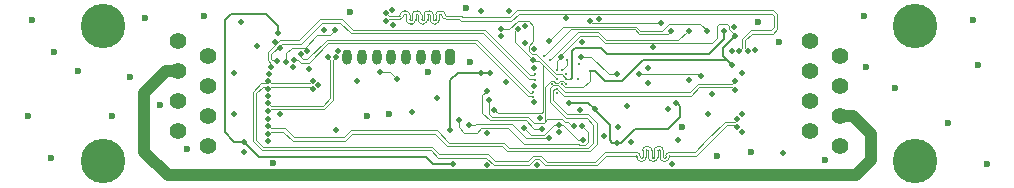
<source format=gbr>
%TF.GenerationSoftware,KiCad,Pcbnew,9.0.6*%
%TF.CreationDate,2025-12-30T15:38:49+01:00*%
%TF.ProjectId,VoxSense,566f7853-656e-4736-952e-6b696361645f,1.0*%
%TF.SameCoordinates,Original*%
%TF.FileFunction,Copper,L4,Bot*%
%TF.FilePolarity,Positive*%
%FSLAX46Y46*%
G04 Gerber Fmt 4.6, Leading zero omitted, Abs format (unit mm)*
G04 Created by KiCad (PCBNEW 9.0.6) date 2025-12-30 15:38:49*
%MOMM*%
%LPD*%
G01*
G04 APERTURE LIST*
G04 Aperture macros list*
%AMRoundRect*
0 Rectangle with rounded corners*
0 $1 Rounding radius*
0 $2 $3 $4 $5 $6 $7 $8 $9 X,Y pos of 4 corners*
0 Add a 4 corners polygon primitive as box body*
4,1,4,$2,$3,$4,$5,$6,$7,$8,$9,$2,$3,0*
0 Add four circle primitives for the rounded corners*
1,1,$1+$1,$2,$3*
1,1,$1+$1,$4,$5*
1,1,$1+$1,$6,$7*
1,1,$1+$1,$8,$9*
0 Add four rect primitives between the rounded corners*
20,1,$1+$1,$2,$3,$4,$5,0*
20,1,$1+$1,$4,$5,$6,$7,0*
20,1,$1+$1,$6,$7,$8,$9,0*
20,1,$1+$1,$8,$9,$2,$3,0*%
G04 Aperture macros list end*
%TA.AperFunction,ComponentPad*%
%ADD10C,1.397000*%
%TD*%
%TA.AperFunction,ComponentPad*%
%ADD11C,3.759200*%
%TD*%
%TA.AperFunction,ComponentPad*%
%ADD12RoundRect,0.200000X0.200000X0.450000X-0.200000X0.450000X-0.200000X-0.450000X0.200000X-0.450000X0*%
%TD*%
%TA.AperFunction,ComponentPad*%
%ADD13O,0.800000X1.300000*%
%TD*%
%TA.AperFunction,SMDPad,CuDef*%
%ADD14C,0.500000*%
%TD*%
%TA.AperFunction,ViaPad*%
%ADD15C,0.250000*%
%TD*%
%TA.AperFunction,ViaPad*%
%ADD16C,0.500000*%
%TD*%
%TA.AperFunction,ViaPad*%
%ADD17C,0.600000*%
%TD*%
%TA.AperFunction,Conductor*%
%ADD18C,0.100000*%
%TD*%
%TA.AperFunction,Conductor*%
%ADD19C,1.000000*%
%TD*%
%TA.AperFunction,Conductor*%
%ADD20C,0.200000*%
%TD*%
G04 APERTURE END LIST*
D10*
%TO.P,J501,1,RX*%
%TO.N,/Connectivity/VOX_RX_P*%
X81435101Y-68409900D03*
%TO.P,J501,2,~{RX}*%
%TO.N,/Connectivity/VOX_RX_N*%
X83975101Y-69679900D03*
%TO.P,J501,3,VCC*%
%TO.N,VCC*%
X81435101Y-70949900D03*
%TO.P,J501,4,CLK*%
%TO.N,/Connectivity/VOX_CLK_P*%
X83975101Y-72219900D03*
%TO.P,J501,5,~{CLK}*%
%TO.N,/Connectivity/VOX_CLK_N*%
X81435101Y-73489900D03*
%TO.P,J501,6,GND*%
%TO.N,GND*%
X83975101Y-74759900D03*
%TO.P,J501,7,~{TX}*%
%TO.N,/Connectivity/VOX_TX_N*%
X81435101Y-76029900D03*
%TO.P,J501,8,TX*%
%TO.N,/Connectivity/VOX_TX_P*%
X83975101Y-77299900D03*
D11*
%TO.P,J501,9,SHD*%
%TO.N,GND*%
X75085101Y-67139900D03*
%TO.P,J501,10,SHD*%
X75085101Y-78569900D03*
%TD*%
D12*
%TO.P,J302,1,Pin_1*%
%TO.N,GND*%
X104486073Y-69750000D03*
D13*
%TO.P,J302,2,Pin_2*%
%TO.N,~{CRESET}*%
X103236073Y-69750000D03*
%TO.P,J302,3,Pin_3*%
%TO.N,/System/CDONE*%
X101986073Y-69750000D03*
%TO.P,J302,4,Pin_4*%
%TO.N,/System/FLASH_SCK_NOESD*%
X100736073Y-69750000D03*
%TO.P,J302,5,Pin_5*%
%TO.N,/System/FLASH_MISO_NOESD*%
X99486073Y-69750000D03*
%TO.P,J302,6,Pin_6*%
%TO.N,/System/FLASH_MOSI_NOESD*%
X98236073Y-69750000D03*
%TO.P,J302,7,Pin_7*%
%TO.N,/System/FLASH_~{CS}_NOESD*%
X96986073Y-69750000D03*
%TO.P,J302,8,Pin_8*%
%TO.N,VCCD*%
X95736073Y-69750000D03*
%TD*%
D10*
%TO.P,J502,1,RX*%
%TO.N,/Connectivity/VOX_RX_OUT_P*%
X137447000Y-77299900D03*
%TO.P,J502,2,~{RX}*%
%TO.N,/Connectivity/VOX_RX_OUT_N*%
X134907000Y-76029900D03*
%TO.P,J502,3,VCC*%
%TO.N,VCC*%
X137447000Y-74759900D03*
%TO.P,J502,4,CLK*%
%TO.N,/Connectivity/VOX_CLK_P*%
X134907000Y-73489900D03*
%TO.P,J502,5,~{CLK}*%
%TO.N,/Connectivity/VOX_CLK_N*%
X137447000Y-72219900D03*
%TO.P,J502,6,GND*%
%TO.N,GND*%
X134907000Y-70949900D03*
%TO.P,J502,7,~{TX}*%
%TO.N,/Connectivity/VOX_TX_N*%
X137447000Y-69679900D03*
%TO.P,J502,8,TX*%
%TO.N,/Connectivity/VOX_TX_P*%
X134907000Y-68409900D03*
D11*
%TO.P,J502,9,SHD*%
%TO.N,GND*%
X143797000Y-78569900D03*
%TO.P,J502,10,SHD*%
X143797000Y-67139900D03*
%TD*%
D14*
%TO.P,TP501,1,1*%
%TO.N,/Connectivity/VOX_TX_FPGA_P*%
X90100000Y-69000000D03*
%TD*%
%TO.P,TP502,1,1*%
%TO.N,/Connectivity/VOX_TX_FPGA_N*%
X89600000Y-68450000D03*
%TD*%
D15*
%TO.N,+1V2_CORE*%
X113510000Y-71620000D03*
%TO.N,+3V3*%
X113910000Y-72020000D03*
%TO.N,/System/FLASH_MISO*%
X114310000Y-72020000D03*
%TO.N,/Connectivity/VOX_CLK_N*%
X113510000Y-72420000D03*
%TO.N,/Connectivity/VOX_CLK_P*%
X113110000Y-72020000D03*
%TO.N,+2V5_NVCM*%
X113910000Y-70820000D03*
%TO.N,+3V3*%
X113510000Y-70820000D03*
%TO.N,/System/CDONE*%
X114310000Y-71620000D03*
%TO.N,GND*%
X114310000Y-71220000D03*
X115400000Y-70300000D03*
X115300000Y-71600000D03*
X113485285Y-72784194D03*
%TO.N,/Connectivity/VOX_RX_N*%
X111500000Y-72675000D03*
%TO.N,/Connectivity/VOX_RX_P*%
X111500000Y-73125000D03*
%TO.N,/Connectivity/VOX_TX_FPGA_P*%
X111630808Y-71645000D03*
%TO.N,/Connectivity/VOX_TX_FPGA_N*%
X111630808Y-71195000D03*
%TO.N,/System/RX_LED*%
X112425279Y-69640000D03*
%TO.N,/System/TX_LED*%
X112931968Y-69961349D03*
%TO.N,+2V5_NVCM*%
X114350000Y-70010000D03*
%TO.N,+3V3*%
X116270000Y-70910000D03*
D16*
%TO.N,GND*%
X111600000Y-72200000D03*
%TO.N,VCC*%
X131900000Y-79727900D03*
%TO.N,GND*%
X126650000Y-72880000D03*
X89086073Y-73049856D03*
X103385000Y-73187000D03*
X107600000Y-76170000D03*
X128360648Y-69213765D03*
X108775000Y-68000000D03*
D17*
X99300000Y-74600000D03*
D16*
X126340000Y-74570000D03*
D17*
X69100000Y-66600000D03*
D16*
X91196597Y-70571529D03*
X117075000Y-66500000D03*
D17*
X105800000Y-65600000D03*
D16*
X107100000Y-65850000D03*
X122900000Y-74125000D03*
X129200000Y-74600000D03*
D17*
X68700000Y-74700000D03*
D16*
X112100000Y-74900000D03*
D17*
X146600000Y-75300000D03*
X78600000Y-66400000D03*
D16*
X129200000Y-76100000D03*
X86170000Y-74600000D03*
D17*
X83600000Y-66300000D03*
D16*
X111850000Y-78877900D03*
D17*
X130500000Y-66800000D03*
D16*
X109450000Y-65850000D03*
D17*
X139500000Y-66300000D03*
D16*
X89086073Y-76849868D03*
D17*
X77400000Y-71400000D03*
X127100000Y-78100000D03*
D16*
X121200000Y-71900000D03*
D17*
X73000000Y-70900000D03*
D16*
X128500000Y-67200000D03*
X93796073Y-67460000D03*
X88096073Y-68840000D03*
X130260352Y-69187691D03*
X99580135Y-65730900D03*
X123720000Y-76770000D03*
X115490000Y-74200000D03*
X86170000Y-71110000D03*
D17*
X148700000Y-66600000D03*
X149200000Y-70400000D03*
X106160000Y-70160000D03*
X96000000Y-65900000D03*
D16*
X107560000Y-78877900D03*
X94786073Y-75925000D03*
X121610000Y-68920000D03*
X132610000Y-77840000D03*
X111600000Y-70700000D03*
X92510000Y-70720000D03*
X110800000Y-68550000D03*
X115600000Y-68480000D03*
X129200000Y-71100000D03*
X111601122Y-73589114D03*
X113700000Y-76100000D03*
X90100000Y-74600000D03*
D17*
X97400000Y-74700000D03*
X82190000Y-77530000D03*
D16*
X92383225Y-69269320D03*
D17*
X142100000Y-72400000D03*
X70700000Y-78300000D03*
X75800000Y-74700000D03*
X139700000Y-70600000D03*
X136200000Y-78500000D03*
X102600000Y-71000000D03*
D16*
X114275000Y-66475000D03*
D17*
X149900000Y-78800000D03*
X89450000Y-78750000D03*
X124100000Y-75700000D03*
D16*
X101256073Y-74356073D03*
X110825000Y-67100000D03*
X121250000Y-70650000D03*
X94990001Y-69198191D03*
X96586073Y-71800000D03*
D17*
X129900000Y-77800000D03*
D16*
X119800000Y-76950000D03*
X124720000Y-71650000D03*
X109226854Y-71838257D03*
X111600000Y-69100000D03*
D17*
X70900000Y-69300000D03*
D16*
X89086073Y-74949862D03*
X86986073Y-77800000D03*
X99601423Y-66988580D03*
D17*
X79900000Y-73800000D03*
X132300000Y-68500000D03*
D16*
X86746073Y-66770000D03*
X123250000Y-78840000D03*
X117500000Y-76400000D03*
X93317838Y-72080348D03*
X118660000Y-75640000D03*
X119400000Y-73880000D03*
X89090280Y-71150012D03*
%TO.N,+5V*%
X104480000Y-75910000D03*
X107800000Y-71100000D03*
X107100000Y-71100000D03*
%TO.N,+1V2_CORE*%
X110210000Y-67360000D03*
X111498459Y-69950624D03*
X108200000Y-74200000D03*
%TO.N,+3V3*%
X123600000Y-73600000D03*
X128600000Y-68000000D03*
X116700000Y-74160000D03*
X104700000Y-78800000D03*
X114530000Y-73640000D03*
X87000000Y-76900000D03*
X118570000Y-77000000D03*
X128360000Y-70430000D03*
X89916073Y-67710000D03*
X113850000Y-69750000D03*
%TO.N,~{CRESET}*%
X115700000Y-76750000D03*
X110750000Y-75750000D03*
X113700000Y-75499997D03*
%TO.N,Net-(U401-CAP)*%
X125680000Y-71350000D03*
X120470000Y-71180000D03*
%TO.N,/System/CDONE*%
X127680000Y-67507500D03*
X108769546Y-67400022D03*
%TO.N,/System/LED*%
X112840000Y-68380000D03*
X126180000Y-67507500D03*
%TO.N,/System/RX_LED*%
X123170000Y-67507500D03*
%TO.N,/System/TX_LED*%
X124670000Y-67500000D03*
%TO.N,/Connectivity/ARCHITECTURE_SEL*%
X94756073Y-67450000D03*
X90561073Y-70175000D03*
%TO.N,/System/FLASH_MOSI_NOESD*%
X100000000Y-71600000D03*
X98500000Y-71000000D03*
%TO.N,/System/FLASH_~{CS}*%
X105200000Y-75100000D03*
X115600000Y-75550000D03*
%TO.N,/System/FLASH_MOSI*%
X106100000Y-75500000D03*
X112810000Y-76590000D03*
%TO.N,/System/FLASH_MISO*%
X114975684Y-75549998D03*
X107750000Y-73350000D03*
%TO.N,/System/FLASH_SCK*%
X107557081Y-72587239D03*
X112210772Y-75823775D03*
%TO.N,BNO_SCL*%
X115572876Y-69698454D03*
X118600000Y-71200000D03*
%TO.N,BNO_~{RST}*%
X116300000Y-66720000D03*
X122330000Y-66850000D03*
%TO.N,/Connectivity/VOX_TX_P*%
X89086073Y-74349859D03*
X128960431Y-69197559D03*
X94790000Y-69770000D03*
X99060000Y-66730000D03*
%TO.N,/Connectivity/VOX_CLK_P*%
X89086073Y-75549865D03*
X128557769Y-71800000D03*
%TO.N,/Connectivity/VOX_RX_P*%
X91261073Y-69975000D03*
%TO.N,/Connectivity/VOX_TX_FPGA_P*%
X89811711Y-70096735D03*
%TO.N,/Connectivity/VOX_TX_N*%
X89086073Y-73649859D03*
X99060000Y-66030000D03*
X129660431Y-69197559D03*
X94090000Y-69770000D03*
%TO.N,/Connectivity/VOX_CLK_N*%
X89086073Y-76249865D03*
X128557769Y-72500000D03*
%TO.N,/Connectivity/VOX_RX_N*%
X91811073Y-69450000D03*
%TO.N,/Connectivity/VOX_TX_FPGA_N*%
X89316735Y-70591711D03*
%TO.N,/Connectivity/VOX_RX_OUT_N*%
X92816964Y-72450001D03*
X89086073Y-72450000D03*
X128750000Y-75000000D03*
%TO.N,/Connectivity/VOX_RX_OUT_P*%
X89086073Y-71750000D03*
X92816964Y-71750001D03*
X128750000Y-75700000D03*
%TD*%
D18*
%TO.N,/System/LED*%
X114021000Y-67199000D02*
X112840000Y-68380000D01*
X114643138Y-67199000D02*
X114021000Y-67199000D01*
X126180000Y-67480000D02*
X126180000Y-67507500D01*
X125650000Y-66950000D02*
X126180000Y-67480000D01*
X123000000Y-66950000D02*
X125650000Y-66950000D01*
X122401000Y-67549000D02*
X123000000Y-66950000D01*
X120518256Y-67549000D02*
X122401000Y-67549000D01*
X114643138Y-67199000D02*
X120168256Y-67199000D01*
X120168256Y-67199000D02*
X120518256Y-67549000D01*
D19*
%TO.N,VCC*%
X138858173Y-79727900D02*
X140086073Y-78500000D01*
X80386173Y-70949900D02*
X78586073Y-72750000D01*
X78586073Y-72750000D02*
X78586073Y-77750000D01*
X78586073Y-77750000D02*
X80563973Y-79727900D01*
X140086073Y-78500000D02*
X140086073Y-76250000D01*
X80563973Y-79727900D02*
X131540000Y-79727900D01*
X140086073Y-76250000D02*
X138595973Y-74759900D01*
X81435101Y-70949900D02*
X80386173Y-70949900D01*
X138595973Y-74759900D02*
X137550000Y-74759900D01*
X131540000Y-79727900D02*
X138858173Y-79727900D01*
D20*
%TO.N,+5V*%
X104480000Y-75910000D02*
X104480000Y-71720000D01*
X105100000Y-71100000D02*
X107800000Y-71100000D01*
X104480000Y-71720000D02*
X105100000Y-71100000D01*
D18*
%TO.N,+1V2_CORE*%
X110000000Y-68500000D02*
X111450624Y-69950624D01*
X112300000Y-70403018D02*
X112298491Y-70401509D01*
X110000000Y-67570000D02*
X110000000Y-68500000D01*
X111625633Y-70077798D02*
X111498459Y-69950624D01*
X112200000Y-74500000D02*
X112300000Y-74400000D01*
X113510000Y-71613018D02*
X111966307Y-70069325D01*
X112300000Y-74400000D02*
X112300000Y-70403018D01*
X110210000Y-67360000D02*
X110000000Y-67570000D01*
X111634107Y-70069325D02*
X111625633Y-70077798D01*
X111450624Y-69950624D02*
X111498459Y-69950624D01*
X108500000Y-74500000D02*
X112200000Y-74500000D01*
X108200000Y-74200000D02*
X108500000Y-74500000D01*
X111966307Y-70069325D02*
X111634107Y-70069325D01*
X113510000Y-71620000D02*
X113510000Y-71613018D01*
%TO.N,+2V5_NVCM*%
X114350000Y-70380000D02*
X113910000Y-70820000D01*
X114350000Y-70010000D02*
X114350000Y-70380000D01*
%TO.N,+3V3*%
X127250000Y-66950000D02*
X127050000Y-67150000D01*
D20*
X116700000Y-74160000D02*
X116180000Y-73640000D01*
X86200000Y-76900000D02*
X85400000Y-76100000D01*
X88300000Y-78200000D02*
X102400000Y-78200000D01*
X120800000Y-70000000D02*
X119000000Y-71800000D01*
X116710000Y-70910000D02*
X116270000Y-70910000D01*
D18*
X116990000Y-67950000D02*
X115500000Y-67950000D01*
D20*
X117600000Y-71800000D02*
X116710000Y-70910000D01*
D18*
X113850000Y-69600000D02*
X113850000Y-69750000D01*
X128600000Y-68000000D02*
X128600000Y-67900000D01*
D20*
X118000000Y-76800000D02*
X118200000Y-77000000D01*
D18*
X128600000Y-67900000D02*
X128100000Y-67400000D01*
D20*
X89916073Y-67116073D02*
X89916073Y-67710000D01*
X85900000Y-66100000D02*
X88900000Y-66100000D01*
X123900000Y-74800000D02*
X122900000Y-75800000D01*
X127600000Y-69000000D02*
X127600000Y-69670000D01*
D18*
X115500000Y-67950000D02*
X113850000Y-69600000D01*
D20*
X85400000Y-66600000D02*
X85900000Y-66100000D01*
X119000000Y-71800000D02*
X117600000Y-71800000D01*
X127930000Y-70000000D02*
X120800000Y-70000000D01*
D18*
X128100000Y-67150000D02*
X127900000Y-66950000D01*
X113510000Y-70090000D02*
X113850000Y-69750000D01*
X116270000Y-71731747D02*
X116270000Y-70910000D01*
D20*
X87000000Y-76900000D02*
X86200000Y-76900000D01*
X128600000Y-68000000D02*
X127600000Y-69000000D01*
D18*
X128100000Y-67400000D02*
X128100000Y-67150000D01*
X114186000Y-72296000D02*
X113910000Y-72020000D01*
D20*
X123600000Y-73600000D02*
X123900000Y-73900000D01*
D18*
X127050000Y-67150000D02*
X127050000Y-68100000D01*
D20*
X116700000Y-74200000D02*
X118000000Y-75500000D01*
X123900000Y-73900000D02*
X123900000Y-74800000D01*
X87000000Y-76900000D02*
X88300000Y-78200000D01*
D18*
X117559000Y-68519000D02*
X116990000Y-67950000D01*
D20*
X120150000Y-75800000D02*
X118950000Y-77000000D01*
X102400000Y-78200000D02*
X103000000Y-78800000D01*
D18*
X127050000Y-68100000D02*
X126631000Y-68519000D01*
D20*
X88900000Y-66100000D02*
X89916073Y-67116073D01*
D18*
X116270000Y-71731747D02*
X115705747Y-72296000D01*
D20*
X118950000Y-77000000D02*
X118570000Y-77000000D01*
X116700000Y-74160000D02*
X116700000Y-74200000D01*
D18*
X113510000Y-70820000D02*
X113510000Y-70090000D01*
X115705747Y-72296000D02*
X114186000Y-72296000D01*
X126631000Y-68519000D02*
X117559000Y-68519000D01*
D20*
X122900000Y-75800000D02*
X120150000Y-75800000D01*
D18*
X127900000Y-66950000D02*
X127250000Y-66950000D01*
D20*
X118200000Y-77000000D02*
X118570000Y-77000000D01*
X118000000Y-75500000D02*
X118000000Y-76800000D01*
X128360000Y-70430000D02*
X127930000Y-70000000D01*
X85400000Y-76100000D02*
X85400000Y-66600000D01*
X127600000Y-69670000D02*
X128360000Y-70430000D01*
X116180000Y-73640000D02*
X114530000Y-73640000D01*
X89896073Y-67710000D02*
X89916073Y-67710000D01*
X103000000Y-78800000D02*
X104700000Y-78800000D01*
D18*
%TO.N,~{CRESET}*%
X113232903Y-75499997D02*
X113700000Y-75499997D01*
X114049997Y-75499997D02*
X113700000Y-75499997D01*
X112383900Y-76349000D02*
X113232903Y-75499997D01*
X111349000Y-76349000D02*
X110750000Y-75750000D01*
X115700000Y-76750000D02*
X115300000Y-76750000D01*
X115300000Y-76750000D02*
X114049997Y-75499997D01*
X112383900Y-76349000D02*
X111349000Y-76349000D01*
%TO.N,Net-(U401-CAP)*%
X125510000Y-71180000D02*
X120820000Y-71180000D01*
X120820000Y-71180000D02*
X120470000Y-71180000D01*
X125680000Y-71350000D02*
X125510000Y-71180000D01*
D20*
%TO.N,/System/CDONE*%
X115000000Y-69000000D02*
X117240000Y-69000000D01*
X117740000Y-69500000D02*
X126400000Y-69500000D01*
X127680000Y-68220000D02*
X127680000Y-67507500D01*
X126400000Y-69500000D02*
X127680000Y-68220000D01*
X114680000Y-71620000D02*
X114800000Y-71500000D01*
D18*
X114680000Y-71620000D02*
X114310000Y-71620000D01*
D20*
X114800000Y-71500000D02*
X114800000Y-69200000D01*
X114800000Y-69200000D02*
X115000000Y-69000000D01*
X117240000Y-69000000D02*
X117740000Y-69500000D01*
D18*
X127680000Y-67507500D02*
X127680000Y-67490000D01*
%TO.N,/System/RX_LED*%
X120435000Y-67750000D02*
X122927500Y-67750000D01*
X112425279Y-69640000D02*
X114665279Y-67400000D01*
X120085000Y-67400000D02*
X120435000Y-67750000D01*
X114665279Y-67400000D02*
X120085000Y-67400000D01*
X122927500Y-67750000D02*
X123170000Y-67507500D01*
%TO.N,/System/TX_LED*%
X124592500Y-67507500D02*
X124670000Y-67507500D01*
X112931968Y-69961349D02*
X112932100Y-69961349D01*
X116977000Y-67602000D02*
X117675000Y-68300000D01*
X117675000Y-68300000D02*
X123800000Y-68300000D01*
X123800000Y-68300000D02*
X124592500Y-67507500D01*
X112932100Y-69961349D02*
X115291449Y-67602000D01*
X115291449Y-67602000D02*
X116977000Y-67602000D01*
%TO.N,/Connectivity/ARCHITECTURE_SEL*%
X92135445Y-68950000D02*
X91036073Y-68950000D01*
X94756073Y-67450000D02*
X94306073Y-67900000D01*
X93185445Y-67900000D02*
X92135445Y-68950000D01*
X90561073Y-69425000D02*
X90561073Y-70175000D01*
X91036073Y-68950000D02*
X90561073Y-69425000D01*
X94306073Y-67900000D02*
X93185445Y-67900000D01*
%TO.N,/System/FLASH_MOSI_NOESD*%
X99400000Y-71000000D02*
X98500000Y-71000000D01*
X100000000Y-71600000D02*
X99400000Y-71000000D01*
%TO.N,/System/FLASH_~{CS}*%
X110700000Y-77100000D02*
X109350000Y-75750000D01*
X106700000Y-76150000D02*
X105650000Y-76150000D01*
X115451675Y-77226675D02*
X115325000Y-77100000D01*
X109350000Y-75750000D02*
X107100000Y-75750000D01*
X115325000Y-77100000D02*
X110700000Y-77100000D01*
X115600000Y-75550000D02*
X116180000Y-76130000D01*
X115923325Y-77226675D02*
X115451675Y-77226675D01*
X105200000Y-75700000D02*
X105200000Y-75100000D01*
X116180000Y-76130000D02*
X116180000Y-76970000D01*
X107100000Y-75750000D02*
X106700000Y-76150000D01*
X105650000Y-76150000D02*
X105200000Y-75700000D01*
X105200000Y-75100000D02*
X105050000Y-75100000D01*
X116180000Y-76970000D02*
X115923325Y-77226675D01*
%TO.N,/System/FLASH_MOSI*%
X106100000Y-75500000D02*
X106550000Y-75500000D01*
X109700000Y-75400000D02*
X110900000Y-76600000D01*
X112800000Y-76600000D02*
X112810000Y-76590000D01*
X106550000Y-75500000D02*
X106650000Y-75400000D01*
X106650000Y-75400000D02*
X109700000Y-75400000D01*
X110900000Y-76600000D02*
X112800000Y-76600000D01*
%TO.N,/System/FLASH_MISO*%
X112400000Y-75300000D02*
X111550000Y-75300000D01*
X113640677Y-71899000D02*
X113379323Y-71899000D01*
X114310000Y-72020000D02*
X114034000Y-71744000D01*
X114034000Y-71744000D02*
X113795677Y-71744000D01*
X108000000Y-74800000D02*
X107750000Y-74550000D01*
X111050000Y-74800000D02*
X108000000Y-74800000D01*
X112995677Y-71744000D02*
X112500000Y-72239677D01*
X112500000Y-72239677D02*
X112500000Y-75200000D01*
X112500000Y-75200000D02*
X112400000Y-75300000D01*
X112700000Y-75000000D02*
X112400000Y-75300000D01*
X113901805Y-75000000D02*
X112700000Y-75000000D01*
X111550000Y-75300000D02*
X111050000Y-74800000D01*
X107750000Y-74550000D02*
X107750000Y-73350000D01*
X114450000Y-75250000D02*
X114151805Y-75250000D01*
X113379323Y-71899000D02*
X113224323Y-71744000D01*
X113795677Y-71744000D02*
X113640677Y-71899000D01*
X113224323Y-71744000D02*
X112995677Y-71744000D01*
X114151805Y-75250000D02*
X113901805Y-75000000D01*
X114749998Y-75549998D02*
X114450000Y-75250000D01*
X114975684Y-75549998D02*
X114749998Y-75549998D01*
%TO.N,/System/FLASH_SCK*%
X107200000Y-74500000D02*
X107200000Y-72944320D01*
X111573775Y-75823775D02*
X110850000Y-75100000D01*
X110850000Y-75100000D02*
X107800000Y-75100000D01*
X107800000Y-75100000D02*
X107200000Y-74500000D01*
X107200000Y-72944320D02*
X107557081Y-72587239D01*
X112210772Y-75823775D02*
X111573775Y-75823775D01*
%TO.N,BNO_SCL*%
X117900000Y-71200000D02*
X116398454Y-69698454D01*
X118600000Y-71200000D02*
X117900000Y-71200000D01*
X116398454Y-69698454D02*
X115572876Y-69698454D01*
%TO.N,BNO_~{RST}*%
X116481000Y-66901000D02*
X122279000Y-66901000D01*
X116300000Y-66720000D02*
X116481000Y-66901000D01*
X122279000Y-66901000D02*
X122330000Y-66850000D01*
%TO.N,/Connectivity/VOX_TX_P*%
X102549992Y-66229999D02*
X102549992Y-66179999D01*
X100749984Y-66229999D02*
X100749984Y-66530001D01*
X103549996Y-66580001D02*
X103549996Y-66530001D01*
X102549992Y-66580001D02*
X102549992Y-66530001D01*
X131680000Y-66060000D02*
X131870000Y-66250000D01*
X99259999Y-66530001D02*
X100199982Y-66530001D01*
X93802272Y-74149860D02*
X89286072Y-74149860D01*
X131268443Y-67460000D02*
X129907868Y-67460000D01*
X101749988Y-66179999D02*
X101749988Y-66229999D01*
X129160430Y-68997560D02*
X128960431Y-69197559D01*
X101549988Y-66229999D02*
X101549988Y-66179999D01*
X101549988Y-66530001D02*
X101549988Y-66229999D01*
X103599996Y-66129999D02*
X103699996Y-66129999D01*
X101099986Y-66930003D02*
X101199986Y-66930003D01*
X103549996Y-66530001D02*
X103549996Y-66330000D01*
X94790000Y-69770000D02*
X94590001Y-69969999D01*
X100749984Y-66179999D02*
X100749984Y-66229999D01*
X105397868Y-66690000D02*
X109630000Y-66690000D01*
X94590001Y-73362131D02*
X93802272Y-74149860D01*
X104099998Y-66530001D02*
X104199998Y-66530001D01*
X102599992Y-66129999D02*
X102699992Y-66129999D01*
X131870000Y-66250000D02*
X131870000Y-67239228D01*
X131870000Y-67239228D02*
X131649228Y-67460000D01*
X94590001Y-69969999D02*
X94590001Y-73362131D01*
X104737487Y-66530001D02*
X105237869Y-66530001D01*
X110260000Y-66060000D02*
X131680000Y-66060000D01*
X101549988Y-66580001D02*
X101549988Y-66530001D01*
X103099994Y-66930003D02*
X103199994Y-66930003D01*
X102749992Y-66229999D02*
X102749992Y-66530001D01*
X103549996Y-66330000D02*
X103549996Y-66179999D01*
X102099990Y-66930003D02*
X102199990Y-66930003D01*
X101599988Y-66129999D02*
X101699988Y-66129999D01*
X100749984Y-66530001D02*
X100749984Y-66580001D01*
X104199998Y-66530001D02*
X104737487Y-66530001D01*
X129160430Y-68207438D02*
X129160430Y-68997560D01*
X131649228Y-67460000D02*
X131268443Y-67460000D01*
X100599984Y-66129999D02*
X100699984Y-66129999D01*
X89286072Y-74149860D02*
X89086073Y-74349859D01*
X99060000Y-66730000D02*
X99259999Y-66530001D01*
X101749988Y-66530001D02*
X101749988Y-66580001D01*
X102549992Y-66530001D02*
X102549992Y-66229999D01*
X129907868Y-67460000D02*
X129160430Y-68207438D01*
X102749992Y-66530001D02*
X102749992Y-66580001D01*
X109630000Y-66690000D02*
X110260000Y-66060000D01*
X105237869Y-66530001D02*
X105397868Y-66690000D01*
X102749992Y-66179999D02*
X102749992Y-66229999D01*
X101749988Y-66229999D02*
X101749988Y-66530001D01*
X103199994Y-66930003D02*
G75*
G03*
X103550003Y-66580001I6J350003D01*
G01*
X101699988Y-66129999D02*
G75*
G02*
X101750001Y-66179999I12J-50001D01*
G01*
X100749984Y-66580001D02*
G75*
G03*
X101099986Y-66930016I350016J1D01*
G01*
X101549988Y-66179999D02*
G75*
G02*
X101599988Y-66129988I50012J-1D01*
G01*
X100699984Y-66129999D02*
G75*
G02*
X100750001Y-66179999I16J-50001D01*
G01*
X103549996Y-66179999D02*
G75*
G02*
X103599996Y-66129996I50004J-1D01*
G01*
X100549984Y-66179999D02*
G75*
G02*
X100599984Y-66129984I50016J-1D01*
G01*
X102549992Y-66179999D02*
G75*
G02*
X102599992Y-66129992I50008J-1D01*
G01*
X102699992Y-66129999D02*
G75*
G02*
X102750001Y-66179999I8J-50001D01*
G01*
X100199982Y-66530001D02*
G75*
G03*
X100550001Y-66179999I18J350001D01*
G01*
X102749992Y-66580001D02*
G75*
G03*
X103099994Y-66930008I350008J1D01*
G01*
X103699996Y-66129999D02*
G75*
G02*
X103750001Y-66179999I4J-50001D01*
G01*
X103749996Y-66179999D02*
G75*
G03*
X104099998Y-66530004I350004J-1D01*
G01*
X101749988Y-66580001D02*
G75*
G03*
X102099990Y-66930012I350012J1D01*
G01*
X101199986Y-66930003D02*
G75*
G03*
X101550003Y-66580001I14J350003D01*
G01*
X102199990Y-66930003D02*
G75*
G03*
X102550003Y-66580001I10J350003D01*
G01*
%TO.N,/Connectivity/VOX_CLK_P*%
X114275738Y-74900000D02*
X112888121Y-73512383D01*
X128357770Y-71999999D02*
X125437868Y-72000000D01*
X116172325Y-77427675D02*
X116600000Y-77000000D01*
X90461996Y-75749864D02*
X91262132Y-76550000D01*
X125437868Y-72000000D02*
X124737868Y-72700000D01*
X116600000Y-75474262D02*
X116025738Y-74900000D01*
X112888121Y-72401879D02*
X113190000Y-72100000D01*
X113190000Y-72100000D02*
X113110000Y-72020000D01*
X91262132Y-76550000D02*
X95437868Y-76550000D01*
X116600000Y-77000000D02*
X116600000Y-75474262D01*
X114200000Y-72700000D02*
X113600000Y-72100000D01*
X109012132Y-77000000D02*
X109439807Y-77427675D01*
X104362132Y-77000000D02*
X109012132Y-77000000D01*
X128557769Y-71800000D02*
X128357770Y-71999999D01*
X124737868Y-72700000D02*
X114200000Y-72700000D01*
X113600000Y-72100000D02*
X113190000Y-72100000D01*
X103312132Y-75950000D02*
X104362132Y-77000000D01*
X109439807Y-77427675D02*
X116172325Y-77427675D01*
X89286072Y-75749864D02*
X90461996Y-75749864D01*
X95437868Y-76550000D02*
X96037868Y-75950000D01*
X116025738Y-74900000D02*
X114275738Y-74900000D01*
X112888121Y-73512383D02*
X112888121Y-72401879D01*
X89086073Y-75549865D02*
X89286072Y-75749864D01*
X96037868Y-75950000D02*
X103312132Y-75950000D01*
%TO.N,/Connectivity/VOX_RX_P*%
X94150335Y-68560000D02*
X106597868Y-68560000D01*
X111087869Y-73050001D02*
X111425001Y-73050001D01*
X92485335Y-70225000D02*
X94150335Y-68560000D01*
X111425001Y-73050001D02*
X111500000Y-73125000D01*
X91261073Y-69975000D02*
X91598940Y-69975000D01*
X91848940Y-70225000D02*
X92485335Y-70225000D01*
X91598940Y-69975000D02*
X91848940Y-70225000D01*
X106597868Y-68560000D02*
X111087869Y-73050001D01*
%TO.N,/Connectivity/VOX_TX_FPGA_P*%
X107267868Y-67730000D02*
X111107869Y-71570001D01*
X90194262Y-68600000D02*
X91820000Y-68600000D01*
X111555809Y-71570001D02*
X111630808Y-71645000D01*
X93590000Y-66830000D02*
X95177868Y-66830000D01*
X95177868Y-66830000D02*
X96077868Y-67730000D01*
X111107869Y-71570001D02*
X111555809Y-71570001D01*
X91820000Y-68600000D02*
X93590000Y-66830000D01*
X89811711Y-70096735D02*
X89528868Y-70096735D01*
X89330000Y-69897867D02*
X89330000Y-69464262D01*
X89528868Y-70096735D02*
X89330000Y-69897867D01*
X96077868Y-67730000D02*
X107267868Y-67730000D01*
X89330000Y-69464262D02*
X90194262Y-68600000D01*
%TO.N,/Connectivity/VOX_TX_N*%
X101049986Y-66229999D02*
X101049986Y-66530001D01*
X110135738Y-65760000D02*
X131804262Y-65760000D01*
X132170000Y-67363492D02*
X131773492Y-67760000D01*
X105362131Y-66229999D02*
X105522132Y-66390000D01*
X130032132Y-67760000D02*
X129460432Y-68331700D01*
X131268443Y-67760000D02*
X130032132Y-67760000D01*
X101099986Y-66630001D02*
X101199986Y-66630001D01*
X102049990Y-66229999D02*
X102049990Y-66530001D01*
X94289999Y-73237869D02*
X93678010Y-73849858D01*
X102599992Y-65829997D02*
X102699992Y-65829997D01*
X104099998Y-66229999D02*
X104199998Y-66229999D01*
X102049990Y-66530001D02*
X102049990Y-66580001D01*
X103249994Y-66330000D02*
X103249994Y-66179999D01*
X94090000Y-69770000D02*
X94289999Y-69969999D01*
X101249986Y-66229999D02*
X101249986Y-66179999D01*
X129460432Y-68331700D02*
X129460432Y-68997560D01*
X102249990Y-66530001D02*
X102249990Y-66229999D01*
X132170000Y-66125738D02*
X132170000Y-67363492D01*
X131804262Y-65760000D02*
X132170000Y-66125738D01*
X103249994Y-66530001D02*
X103249994Y-66330000D01*
X103249994Y-66580001D02*
X103249994Y-66530001D01*
X101249986Y-66580001D02*
X101249986Y-66530001D01*
X103099994Y-66630001D02*
X103199994Y-66630001D01*
X99060000Y-66030000D02*
X99259999Y-66229999D01*
X102249990Y-66580001D02*
X102249990Y-66530001D01*
X104737487Y-66229999D02*
X105362131Y-66229999D01*
X105522132Y-66390000D02*
X109505738Y-66390000D01*
X131773492Y-67760000D02*
X131674221Y-67760000D01*
X102049990Y-66179999D02*
X102049990Y-66229999D01*
X89286072Y-73849858D02*
X89086073Y-73649859D01*
X102099990Y-66630001D02*
X102199990Y-66630001D01*
X129460432Y-68997560D02*
X129660431Y-69197559D01*
X99259999Y-66229999D02*
X100199982Y-66229999D01*
X100599984Y-65829997D02*
X100699984Y-65829997D01*
X93678010Y-73849858D02*
X89286072Y-73849858D01*
X101049986Y-66179999D02*
X101049986Y-66229999D01*
X103599996Y-65829997D02*
X103699996Y-65829997D01*
X109505738Y-66390000D02*
X110135738Y-65760000D01*
X103049994Y-66179999D02*
X103049994Y-66229999D01*
X101049986Y-66530001D02*
X101049986Y-66580001D01*
X103049994Y-66229999D02*
X103049994Y-66530001D01*
X103049994Y-66530001D02*
X103049994Y-66580001D01*
X131674221Y-67760000D02*
X131268443Y-67760000D01*
X102249990Y-66229999D02*
X102249990Y-66179999D01*
X104199998Y-66229999D02*
X104737487Y-66229999D01*
X94289999Y-69969999D02*
X94289999Y-73237869D01*
X101249986Y-66530001D02*
X101249986Y-66229999D01*
X101599988Y-65829997D02*
X101699988Y-65829997D01*
X100699984Y-65829997D02*
G75*
G02*
X101050003Y-66179999I16J-350003D01*
G01*
X101199986Y-66630001D02*
G75*
G03*
X101250001Y-66580001I14J50001D01*
G01*
X103699996Y-65829997D02*
G75*
G02*
X104050003Y-66179999I4J-350003D01*
G01*
X102699992Y-65829997D02*
G75*
G02*
X103050003Y-66179999I8J-350003D01*
G01*
X102249990Y-66179999D02*
G75*
G02*
X102599992Y-65829990I350010J-1D01*
G01*
X100249982Y-66179999D02*
G75*
G02*
X100599984Y-65829982I350018J-1D01*
G01*
X103049994Y-66580001D02*
G75*
G03*
X103099994Y-66630006I50006J1D01*
G01*
X102199990Y-66630001D02*
G75*
G03*
X102250001Y-66580001I10J50001D01*
G01*
X101049986Y-66580001D02*
G75*
G03*
X101099986Y-66630014I50014J1D01*
G01*
X102049990Y-66580001D02*
G75*
G03*
X102099990Y-66630010I50010J1D01*
G01*
X101699988Y-65829997D02*
G75*
G02*
X102050003Y-66179999I12J-350003D01*
G01*
X103249994Y-66179999D02*
G75*
G02*
X103599996Y-65829994I350006J-1D01*
G01*
X100199982Y-66229999D02*
G75*
G03*
X100249999Y-66179999I18J49999D01*
G01*
X101249986Y-66179999D02*
G75*
G02*
X101599988Y-65829986I350014J-1D01*
G01*
X103199994Y-66630001D02*
G75*
G03*
X103250001Y-66580001I6J50001D01*
G01*
X104049998Y-66179999D02*
G75*
G03*
X104099998Y-66230002I50002J-1D01*
G01*
%TO.N,/Connectivity/VOX_CLK_N*%
X116296587Y-77727675D02*
X116900000Y-77124262D01*
X128557769Y-72500000D02*
X128357770Y-72300001D01*
X91137868Y-76850000D02*
X95562132Y-76850000D01*
X109315543Y-77727675D02*
X116296587Y-77727675D01*
X104237868Y-77300000D02*
X108887868Y-77300000D01*
X89286072Y-76049866D02*
X90337734Y-76049866D01*
X113188121Y-73388121D02*
X113188121Y-72554012D01*
X124862132Y-73000000D02*
X114095000Y-73000000D01*
X90337734Y-76049866D02*
X91137868Y-76850000D01*
X114400000Y-74600000D02*
X113188121Y-73388121D01*
X114095000Y-73000000D02*
X113515000Y-72420000D01*
X116150000Y-74600000D02*
X114400000Y-74600000D01*
X116900000Y-77124262D02*
X116900000Y-75350000D01*
X113515000Y-72420000D02*
X113510000Y-72420000D01*
X116900000Y-75350000D02*
X116150000Y-74600000D01*
X95562132Y-76850000D02*
X96162132Y-76250000D01*
X103187868Y-76250000D02*
X104237868Y-77300000D01*
X113322133Y-72420000D02*
X113510000Y-72420000D01*
X108887868Y-77300000D02*
X109315543Y-77727675D01*
X128357770Y-72300001D02*
X125562132Y-72300000D01*
X89086073Y-76249865D02*
X89286072Y-76049866D01*
X113188121Y-72554012D02*
X113322133Y-72420000D01*
X96162132Y-76250000D02*
X103187868Y-76250000D01*
X125562132Y-72300000D02*
X124862132Y-73000000D01*
%TO.N,/Connectivity/VOX_RX_N*%
X91811073Y-69450000D02*
X91811073Y-69762867D01*
X91973206Y-69925000D02*
X92361073Y-69925000D01*
X111425001Y-72749999D02*
X111500000Y-72675000D01*
X106722132Y-68260000D02*
X111212131Y-72749999D01*
X94026073Y-68260000D02*
X106722132Y-68260000D01*
X91811073Y-69762867D02*
X91973206Y-69925000D01*
X92361073Y-69925000D02*
X94026073Y-68260000D01*
X111212131Y-72749999D02*
X111425001Y-72749999D01*
%TO.N,/Connectivity/VOX_TX_FPGA_N*%
X91695738Y-68300000D02*
X93465738Y-66530000D01*
X96202132Y-67430000D02*
X107392132Y-67430000D01*
X93465738Y-66530000D02*
X95302132Y-66530000D01*
X107392132Y-67430000D02*
X111232131Y-71269999D01*
X89316735Y-70308868D02*
X89030000Y-70022133D01*
X95302132Y-66530000D02*
X96202132Y-67430000D01*
X89030000Y-70022133D02*
X89030000Y-69340000D01*
X111555809Y-71269999D02*
X111630808Y-71195000D01*
X111232131Y-71269999D02*
X111555809Y-71269999D01*
X89316735Y-70591711D02*
X89316735Y-70308868D01*
X89030000Y-69340000D02*
X90070000Y-68300000D01*
X90070000Y-68300000D02*
X91695738Y-68300000D01*
%TO.N,/Connectivity/VOX_RX_OUT_N*%
X126152334Y-76797666D02*
X127750001Y-75199999D01*
X120613193Y-78276759D02*
X120710993Y-78276759D01*
X120762093Y-78225659D02*
X120762093Y-78130100D01*
X112126870Y-78100000D02*
X112626870Y-78600000D01*
X122518093Y-77790000D02*
X122518093Y-78130100D01*
X89086073Y-72450000D02*
X88886074Y-72250001D01*
X108262132Y-78550000D02*
X111050000Y-78550000D01*
X122518093Y-77643341D02*
X122518093Y-77790000D01*
X127750001Y-75199999D02*
X128550001Y-75199999D01*
X117550000Y-77790000D02*
X120221993Y-77790000D01*
X120762093Y-77790000D02*
X120762093Y-77643341D01*
X111050000Y-78550000D02*
X111500000Y-78100000D01*
X121740093Y-78225659D02*
X121740093Y-78079000D01*
X122718093Y-78225650D02*
X122718093Y-78130100D01*
X107662132Y-77950000D02*
X108262132Y-78550000D01*
X112626870Y-78600000D02*
X116740000Y-78600000D01*
X88886074Y-72250001D02*
X88602131Y-72250001D01*
X89286073Y-72250000D02*
X92616963Y-72250000D01*
X88602131Y-72250001D02*
X88040000Y-72812132D01*
X116740000Y-78600000D02*
X117550000Y-77790000D01*
X111500000Y-78100000D02*
X112126870Y-78100000D01*
X122569193Y-78276750D02*
X122666993Y-78276750D01*
X121740093Y-77790000D02*
X121740093Y-77643341D01*
X88040000Y-72812132D02*
X88040000Y-76740000D01*
X123058193Y-77790000D02*
X123155993Y-77790000D01*
X121591193Y-78276759D02*
X121688993Y-78276759D01*
X89086073Y-72450000D02*
X89286073Y-72250000D01*
X120562093Y-78130100D02*
X120562093Y-78225659D01*
X121540093Y-77790000D02*
X121540093Y-78079000D01*
X121102193Y-77303241D02*
X121199993Y-77303241D01*
X121740093Y-78079000D02*
X121740093Y-77790000D01*
X103562132Y-77950000D02*
X107662132Y-77950000D01*
X121540093Y-78079000D02*
X121540093Y-78225659D01*
X125160000Y-77790000D02*
X126152334Y-76797666D01*
X88040000Y-76740000D02*
X88650000Y-77350000D01*
X88650000Y-77350000D02*
X102962132Y-77350000D01*
X121540093Y-77643341D02*
X121540093Y-77790000D01*
X92616963Y-72250000D02*
X92816964Y-72450001D01*
X122080193Y-77303241D02*
X122177993Y-77303241D01*
X123155993Y-77790000D02*
X125160000Y-77790000D01*
X120762093Y-78130100D02*
X120762093Y-77790000D01*
X122518093Y-78130100D02*
X122518093Y-78225650D01*
X128550001Y-75199999D02*
X128750000Y-75000000D01*
X102962132Y-77350000D02*
X103562132Y-77950000D01*
X121199993Y-77303241D02*
G75*
G02*
X121540059Y-77643341I7J-340059D01*
G01*
X121740093Y-77643341D02*
G75*
G02*
X122080193Y-77303193I340107J41D01*
G01*
X121540093Y-78225659D02*
G75*
G03*
X121591193Y-78276807I51107J-41D01*
G01*
X120710993Y-78276759D02*
G75*
G03*
X120762059Y-78225659I7J51059D01*
G01*
X122718093Y-78130100D02*
G75*
G02*
X123058193Y-77789993I340107J0D01*
G01*
X122666993Y-78276750D02*
G75*
G03*
X122718150Y-78225650I7J51150D01*
G01*
X120762093Y-77643341D02*
G75*
G02*
X121102193Y-77303193I340107J41D01*
G01*
X122518093Y-78225650D02*
G75*
G03*
X122569193Y-78276707I51107J50D01*
G01*
X120221993Y-77790000D02*
G75*
G02*
X120562100Y-78130100I7J-340100D01*
G01*
X120562093Y-78225659D02*
G75*
G03*
X120613193Y-78276807I51107J-41D01*
G01*
X122177993Y-77303241D02*
G75*
G02*
X122518059Y-77643341I7J-340059D01*
G01*
X121688993Y-78276759D02*
G75*
G03*
X121740059Y-78225659I7J51059D01*
G01*
%TO.N,/Connectivity/VOX_RX_OUT_P*%
X122029093Y-78225659D02*
X122029093Y-78079000D01*
X121591193Y-78565759D02*
X121688993Y-78565759D01*
X128550001Y-75500001D02*
X128750000Y-75700000D01*
X122569193Y-78565750D02*
X122666993Y-78565750D01*
X122029093Y-78079000D02*
X122029093Y-77790000D01*
X121251093Y-78079000D02*
X121251093Y-78225659D01*
X111640701Y-78392199D02*
X111972901Y-78392199D01*
X123058193Y-78079000D02*
X123155993Y-78079000D01*
X107537868Y-78250000D02*
X108137868Y-78850000D01*
X121251093Y-77790000D02*
X121251093Y-78079000D01*
X108137868Y-78850000D02*
X111182900Y-78850000D01*
X112480702Y-78900000D02*
X116862900Y-78900000D01*
X88525736Y-77650000D02*
X102837868Y-77650000D01*
X121251093Y-77643341D02*
X121251093Y-77790000D01*
X89086073Y-71750000D02*
X88886074Y-71949999D01*
X111182900Y-78850000D02*
X111640701Y-78392199D01*
X92616965Y-71950000D02*
X92816964Y-71750001D01*
X122229093Y-77790000D02*
X122229093Y-78130100D01*
X88477869Y-71949999D02*
X87740000Y-72687868D01*
X127874261Y-75500001D02*
X128550001Y-75500001D01*
X121102193Y-77592241D02*
X121199993Y-77592241D01*
X89286073Y-71950000D02*
X92616965Y-71950000D01*
X122029093Y-77790000D02*
X122029093Y-77643341D01*
X123155993Y-78079000D02*
X125295262Y-78079000D01*
X87740000Y-76864264D02*
X88525736Y-77650000D01*
X123007093Y-78225650D02*
X123007093Y-78130100D01*
X120273093Y-78130100D02*
X120273093Y-78225659D01*
X89086073Y-71750000D02*
X89286073Y-71950000D01*
X87740000Y-72687868D02*
X87740000Y-76864264D01*
X121051093Y-78225659D02*
X121051093Y-78130100D01*
X121051093Y-77790000D02*
X121051093Y-77643341D01*
X102837868Y-77650000D02*
X103437868Y-78250000D01*
X126364465Y-77009797D02*
X127874261Y-75500001D01*
X120613193Y-78565759D02*
X120710993Y-78565759D01*
X122080193Y-77592241D02*
X122177993Y-77592241D01*
X116862900Y-78900000D02*
X117683900Y-78079000D01*
X125295262Y-78079000D02*
X126364465Y-77009797D01*
X121051093Y-78130100D02*
X121051093Y-77790000D01*
X88886074Y-71949999D02*
X88477869Y-71949999D01*
X103437868Y-78250000D02*
X107537868Y-78250000D01*
X122229093Y-77643341D02*
X122229093Y-77790000D01*
X111972901Y-78392199D02*
X112480702Y-78900000D01*
X122229093Y-78130100D02*
X122229093Y-78225650D01*
X117683900Y-78079000D02*
X120221993Y-78079000D01*
X121199993Y-77592241D02*
G75*
G02*
X121251059Y-77643341I7J-51059D01*
G01*
X121251093Y-78225659D02*
G75*
G03*
X121591193Y-78565807I340107J-41D01*
G01*
X121688993Y-78565759D02*
G75*
G03*
X122029059Y-78225659I7J340059D01*
G01*
X120273093Y-78225659D02*
G75*
G03*
X120613193Y-78565807I340107J-41D01*
G01*
X122029093Y-77643341D02*
G75*
G02*
X122080193Y-77592193I51107J41D01*
G01*
X122177993Y-77592241D02*
G75*
G02*
X122229059Y-77643341I7J-51059D01*
G01*
X122229093Y-78225650D02*
G75*
G03*
X122569193Y-78565707I340107J50D01*
G01*
X121051093Y-77643341D02*
G75*
G02*
X121102193Y-77592193I51107J41D01*
G01*
X120221993Y-78079000D02*
G75*
G02*
X120273100Y-78130100I7J-51100D01*
G01*
X120710993Y-78565759D02*
G75*
G03*
X121051059Y-78225659I7J340059D01*
G01*
X122666993Y-78565750D02*
G75*
G03*
X123007150Y-78225650I7J340150D01*
G01*
X123007093Y-78130100D02*
G75*
G02*
X123058193Y-78078993I51107J0D01*
G01*
%TO.N,/System/CDONE*%
X114310000Y-71610000D02*
X114310000Y-71620000D01*
X113900000Y-71200000D02*
X114310000Y-71610000D01*
X113418179Y-71200000D02*
X113900000Y-71200000D01*
X111728179Y-69510000D02*
X113418179Y-71200000D01*
X111370000Y-69510000D02*
X111728179Y-69510000D01*
X111520000Y-67110000D02*
X111520000Y-68397100D01*
X111109000Y-66699000D02*
X111520000Y-67110000D01*
X111130000Y-68787100D02*
X111130000Y-69270000D01*
X111520000Y-68397100D02*
X111130000Y-68787100D01*
X110181000Y-66699000D02*
X111109000Y-66699000D01*
X111130000Y-69270000D02*
X111370000Y-69510000D01*
X109479978Y-67400022D02*
X110181000Y-66699000D01*
X108769546Y-67400022D02*
X109479978Y-67400022D01*
%TD*%
M02*

</source>
